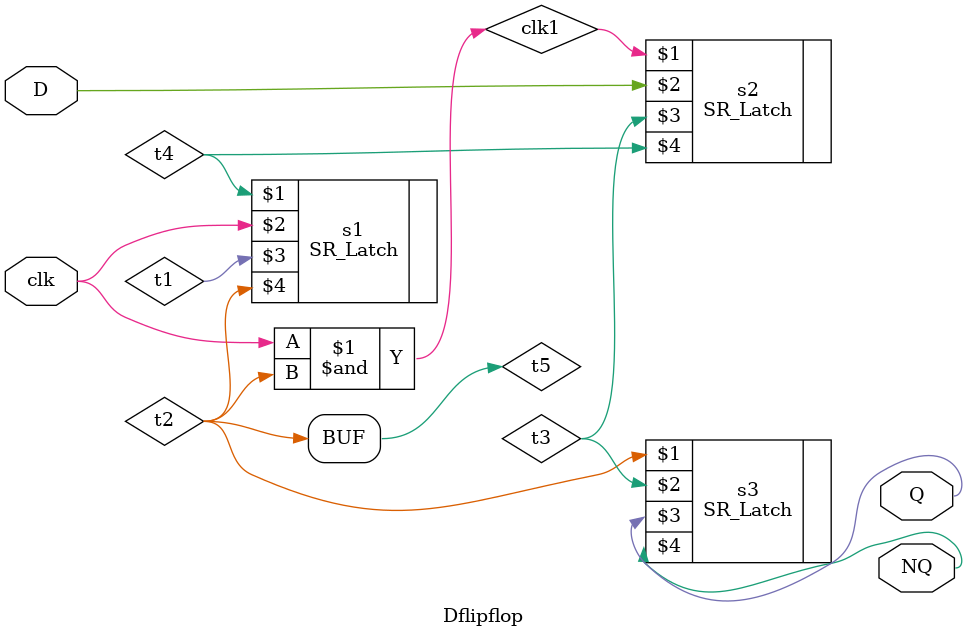
<source format=v>
`timescale 1ns / 1ps


module Dflipflop(
input clk,D,
output Q,NQ
    );
    
wire t1,t2,t3,t4;
wire clk1,t5;

assign t5=t2;
assign clk1=clk&t5;

SR_Latch s1(t4,clk,t1,t2);
SR_Latch s2(clk1,D,t3,t4);
SR_Latch s3(t2,t3,Q,NQ);


endmodule


</source>
